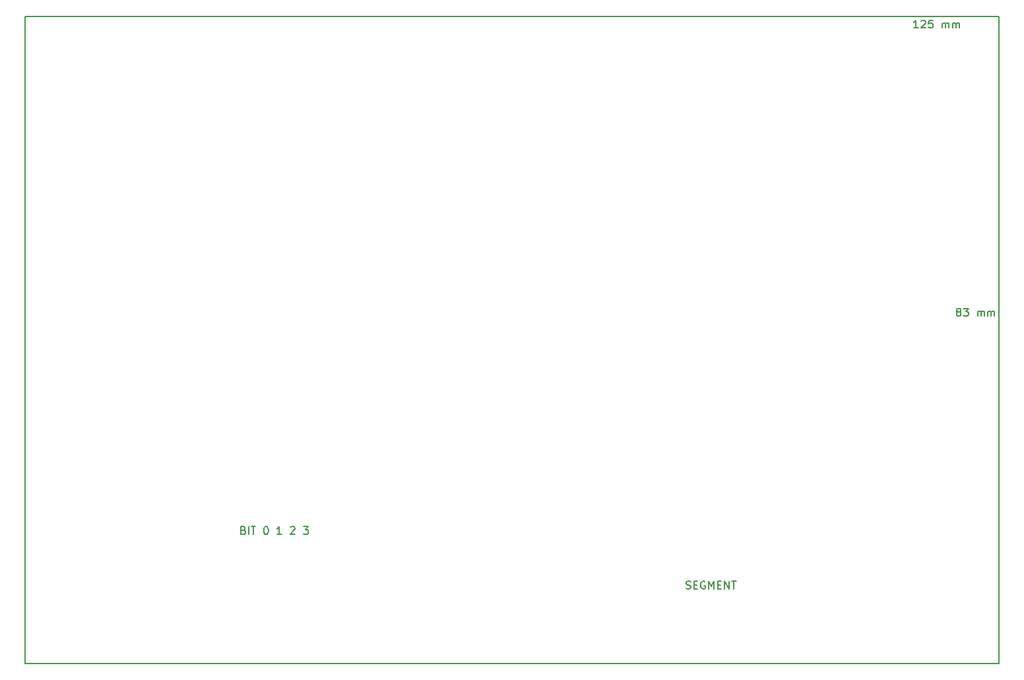
<source format=gbr>
%TF.GenerationSoftware,KiCad,Pcbnew,5.1.9*%
%TF.CreationDate,2021-06-26T10:41:03+02:00*%
%TF.ProjectId,controller,636f6e74-726f-46c6-9c65-722e6b696361,rev?*%
%TF.SameCoordinates,Original*%
%TF.FileFunction,Other,ECO2*%
%FSLAX46Y46*%
G04 Gerber Fmt 4.6, Leading zero omitted, Abs format (unit mm)*
G04 Created by KiCad (PCBNEW 5.1.9) date 2021-06-26 10:41:03*
%MOMM*%
%LPD*%
G01*
G04 APERTURE LIST*
%ADD10C,0.150000*%
G04 APERTURE END LIST*
D10*
X113023809Y-101928571D02*
X113166666Y-101976190D01*
X113214285Y-102023809D01*
X113261904Y-102119047D01*
X113261904Y-102261904D01*
X113214285Y-102357142D01*
X113166666Y-102404761D01*
X113071428Y-102452380D01*
X112690476Y-102452380D01*
X112690476Y-101452380D01*
X113023809Y-101452380D01*
X113119047Y-101500000D01*
X113166666Y-101547619D01*
X113214285Y-101642857D01*
X113214285Y-101738095D01*
X113166666Y-101833333D01*
X113119047Y-101880952D01*
X113023809Y-101928571D01*
X112690476Y-101928571D01*
X113690476Y-102452380D02*
X113690476Y-101452380D01*
X114023809Y-101452380D02*
X114595238Y-101452380D01*
X114309523Y-102452380D02*
X114309523Y-101452380D01*
X115880952Y-101452380D02*
X115976190Y-101452380D01*
X116071428Y-101500000D01*
X116119047Y-101547619D01*
X116166666Y-101642857D01*
X116214285Y-101833333D01*
X116214285Y-102071428D01*
X116166666Y-102261904D01*
X116119047Y-102357142D01*
X116071428Y-102404761D01*
X115976190Y-102452380D01*
X115880952Y-102452380D01*
X115785714Y-102404761D01*
X115738095Y-102357142D01*
X115690476Y-102261904D01*
X115642857Y-102071428D01*
X115642857Y-101833333D01*
X115690476Y-101642857D01*
X115738095Y-101547619D01*
X115785714Y-101500000D01*
X115880952Y-101452380D01*
X117928571Y-102452380D02*
X117357142Y-102452380D01*
X117642857Y-102452380D02*
X117642857Y-101452380D01*
X117547619Y-101595238D01*
X117452380Y-101690476D01*
X117357142Y-101738095D01*
X119071428Y-101547619D02*
X119119047Y-101500000D01*
X119214285Y-101452380D01*
X119452380Y-101452380D01*
X119547619Y-101500000D01*
X119595238Y-101547619D01*
X119642857Y-101642857D01*
X119642857Y-101738095D01*
X119595238Y-101880952D01*
X119023809Y-102452380D01*
X119642857Y-102452380D01*
X120738095Y-101452380D02*
X121357142Y-101452380D01*
X121023809Y-101833333D01*
X121166666Y-101833333D01*
X121261904Y-101880952D01*
X121309523Y-101928571D01*
X121357142Y-102023809D01*
X121357142Y-102261904D01*
X121309523Y-102357142D01*
X121261904Y-102404761D01*
X121166666Y-102452380D01*
X120880952Y-102452380D01*
X120785714Y-102404761D01*
X120738095Y-102357142D01*
X169833333Y-109404761D02*
X169976190Y-109452380D01*
X170214285Y-109452380D01*
X170309523Y-109404761D01*
X170357142Y-109357142D01*
X170404761Y-109261904D01*
X170404761Y-109166666D01*
X170357142Y-109071428D01*
X170309523Y-109023809D01*
X170214285Y-108976190D01*
X170023809Y-108928571D01*
X169928571Y-108880952D01*
X169880952Y-108833333D01*
X169833333Y-108738095D01*
X169833333Y-108642857D01*
X169880952Y-108547619D01*
X169928571Y-108500000D01*
X170023809Y-108452380D01*
X170261904Y-108452380D01*
X170404761Y-108500000D01*
X170833333Y-108928571D02*
X171166666Y-108928571D01*
X171309523Y-109452380D02*
X170833333Y-109452380D01*
X170833333Y-108452380D01*
X171309523Y-108452380D01*
X172261904Y-108500000D02*
X172166666Y-108452380D01*
X172023809Y-108452380D01*
X171880952Y-108500000D01*
X171785714Y-108595238D01*
X171738095Y-108690476D01*
X171690476Y-108880952D01*
X171690476Y-109023809D01*
X171738095Y-109214285D01*
X171785714Y-109309523D01*
X171880952Y-109404761D01*
X172023809Y-109452380D01*
X172119047Y-109452380D01*
X172261904Y-109404761D01*
X172309523Y-109357142D01*
X172309523Y-109023809D01*
X172119047Y-109023809D01*
X172738095Y-109452380D02*
X172738095Y-108452380D01*
X173071428Y-109166666D01*
X173404761Y-108452380D01*
X173404761Y-109452380D01*
X173880952Y-108928571D02*
X174214285Y-108928571D01*
X174357142Y-109452380D02*
X173880952Y-109452380D01*
X173880952Y-108452380D01*
X174357142Y-108452380D01*
X174785714Y-109452380D02*
X174785714Y-108452380D01*
X175357142Y-109452380D01*
X175357142Y-108452380D01*
X175690476Y-108452380D02*
X176261904Y-108452380D01*
X175976190Y-109452380D02*
X175976190Y-108452380D01*
X204714285Y-73880952D02*
X204619047Y-73833333D01*
X204571428Y-73785714D01*
X204523809Y-73690476D01*
X204523809Y-73642857D01*
X204571428Y-73547619D01*
X204619047Y-73500000D01*
X204714285Y-73452380D01*
X204904761Y-73452380D01*
X205000000Y-73500000D01*
X205047619Y-73547619D01*
X205095238Y-73642857D01*
X205095238Y-73690476D01*
X205047619Y-73785714D01*
X205000000Y-73833333D01*
X204904761Y-73880952D01*
X204714285Y-73880952D01*
X204619047Y-73928571D01*
X204571428Y-73976190D01*
X204523809Y-74071428D01*
X204523809Y-74261904D01*
X204571428Y-74357142D01*
X204619047Y-74404761D01*
X204714285Y-74452380D01*
X204904761Y-74452380D01*
X205000000Y-74404761D01*
X205047619Y-74357142D01*
X205095238Y-74261904D01*
X205095238Y-74071428D01*
X205047619Y-73976190D01*
X205000000Y-73928571D01*
X204904761Y-73880952D01*
X205428571Y-73452380D02*
X206047619Y-73452380D01*
X205714285Y-73833333D01*
X205857142Y-73833333D01*
X205952380Y-73880952D01*
X206000000Y-73928571D01*
X206047619Y-74023809D01*
X206047619Y-74261904D01*
X206000000Y-74357142D01*
X205952380Y-74404761D01*
X205857142Y-74452380D01*
X205571428Y-74452380D01*
X205476190Y-74404761D01*
X205428571Y-74357142D01*
X207238095Y-74452380D02*
X207238095Y-73785714D01*
X207238095Y-73880952D02*
X207285714Y-73833333D01*
X207380952Y-73785714D01*
X207523809Y-73785714D01*
X207619047Y-73833333D01*
X207666666Y-73928571D01*
X207666666Y-74452380D01*
X207666666Y-73928571D02*
X207714285Y-73833333D01*
X207809523Y-73785714D01*
X207952380Y-73785714D01*
X208047619Y-73833333D01*
X208095238Y-73928571D01*
X208095238Y-74452380D01*
X208571428Y-74452380D02*
X208571428Y-73785714D01*
X208571428Y-73880952D02*
X208619047Y-73833333D01*
X208714285Y-73785714D01*
X208857142Y-73785714D01*
X208952380Y-73833333D01*
X209000000Y-73928571D01*
X209000000Y-74452380D01*
X209000000Y-73928571D02*
X209047619Y-73833333D01*
X209142857Y-73785714D01*
X209285714Y-73785714D01*
X209380952Y-73833333D01*
X209428571Y-73928571D01*
X209428571Y-74452380D01*
X199619047Y-37452380D02*
X199047619Y-37452380D01*
X199333333Y-37452380D02*
X199333333Y-36452380D01*
X199238095Y-36595238D01*
X199142857Y-36690476D01*
X199047619Y-36738095D01*
X200000000Y-36547619D02*
X200047619Y-36500000D01*
X200142857Y-36452380D01*
X200380952Y-36452380D01*
X200476190Y-36500000D01*
X200523809Y-36547619D01*
X200571428Y-36642857D01*
X200571428Y-36738095D01*
X200523809Y-36880952D01*
X199952380Y-37452380D01*
X200571428Y-37452380D01*
X201476190Y-36452380D02*
X201000000Y-36452380D01*
X200952380Y-36928571D01*
X201000000Y-36880952D01*
X201095238Y-36833333D01*
X201333333Y-36833333D01*
X201428571Y-36880952D01*
X201476190Y-36928571D01*
X201523809Y-37023809D01*
X201523809Y-37261904D01*
X201476190Y-37357142D01*
X201428571Y-37404761D01*
X201333333Y-37452380D01*
X201095238Y-37452380D01*
X201000000Y-37404761D01*
X200952380Y-37357142D01*
X202714285Y-37452380D02*
X202714285Y-36785714D01*
X202714285Y-36880952D02*
X202761904Y-36833333D01*
X202857142Y-36785714D01*
X203000000Y-36785714D01*
X203095238Y-36833333D01*
X203142857Y-36928571D01*
X203142857Y-37452380D01*
X203142857Y-36928571D02*
X203190476Y-36833333D01*
X203285714Y-36785714D01*
X203428571Y-36785714D01*
X203523809Y-36833333D01*
X203571428Y-36928571D01*
X203571428Y-37452380D01*
X204047619Y-37452380D02*
X204047619Y-36785714D01*
X204047619Y-36880952D02*
X204095238Y-36833333D01*
X204190476Y-36785714D01*
X204333333Y-36785714D01*
X204428571Y-36833333D01*
X204476190Y-36928571D01*
X204476190Y-37452380D01*
X204476190Y-36928571D02*
X204523809Y-36833333D01*
X204619047Y-36785714D01*
X204761904Y-36785714D01*
X204857142Y-36833333D01*
X204904761Y-36928571D01*
X204904761Y-37452380D01*
X210000000Y-36000000D02*
X112000000Y-36000000D01*
X210000000Y-119000000D02*
X210000000Y-36000000D01*
X208000000Y-119000000D02*
X210000000Y-119000000D01*
X85000000Y-119000000D02*
X85000000Y-36000000D01*
X86000000Y-119000000D02*
X85000000Y-119000000D01*
X208000000Y-119000000D02*
X86000000Y-119000000D01*
X88000000Y-36000000D02*
X85000000Y-36000000D01*
X112000000Y-36000000D02*
X88000000Y-36000000D01*
M02*

</source>
